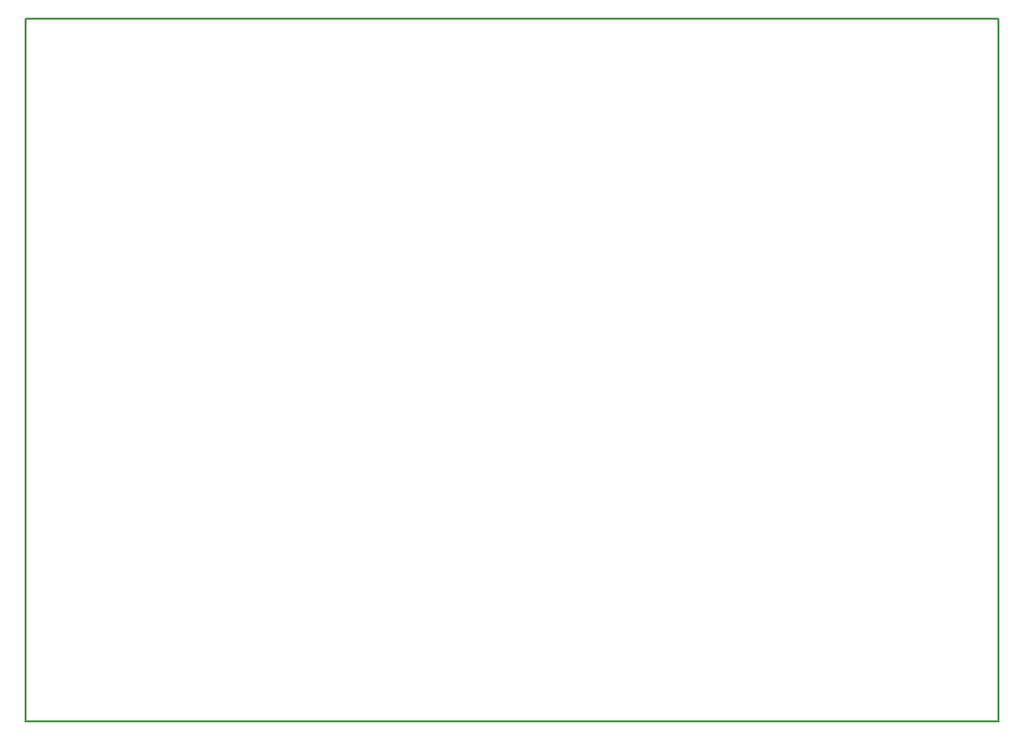
<source format=gm1>
G04 MADE WITH FRITZING*
G04 WWW.FRITZING.ORG*
G04 DOUBLE SIDED*
G04 HOLES PLATED*
G04 CONTOUR ON CENTER OF CONTOUR VECTOR*
%ASAXBY*%
%FSLAX23Y23*%
%MOIN*%
%OFA0B0*%
%SFA1.0B1.0*%
%ADD10R,3.304570X2.390250*%
%ADD11C,0.008000*%
%ADD10C,0.008*%
%LNCONTOUR*%
G90*
G70*
G54D10*
G54D11*
X4Y2386D02*
X3301Y2386D01*
X3301Y4D01*
X4Y4D01*
X4Y2386D01*
D02*
G04 End of contour*
M02*
</source>
